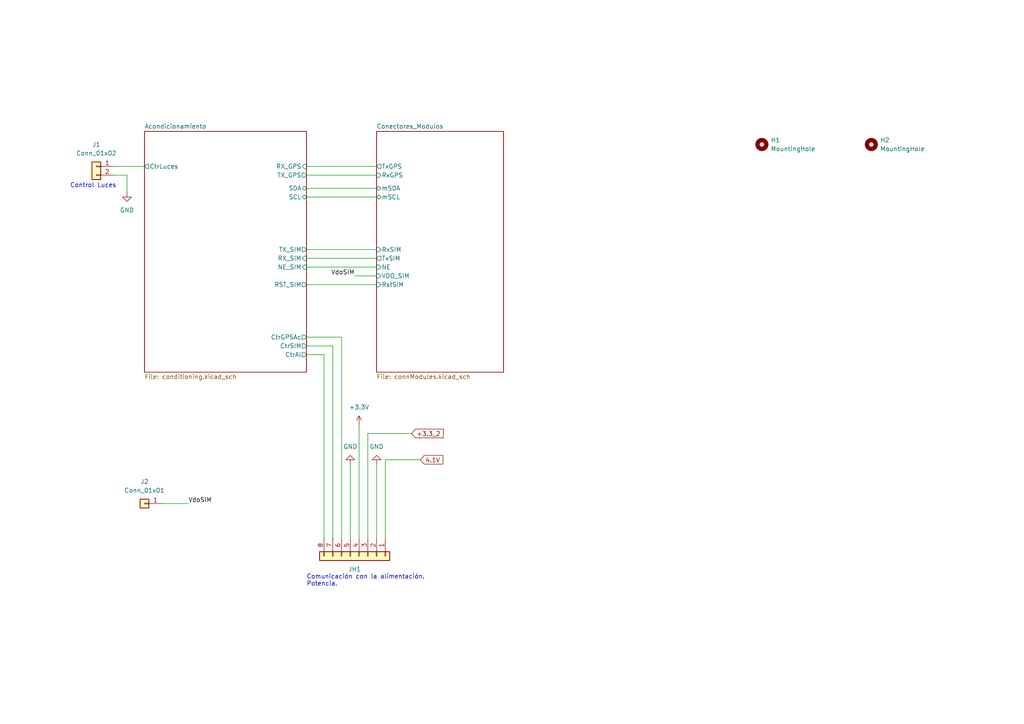
<source format=kicad_sch>
(kicad_sch (version 20230121) (generator eeschema)
  (paper "A4")
  (lib_symbols
    (symbol "Connector_Generic:Conn_01x01" (pin_names (offset 1.016) hide)
      (property "Reference" "J" (at 0 2.54 0))
      (property "Value" "Conn_01x01" (at 0 -2.54 0))
      (symbol "Conn_01x01_1_1"
        (rectangle (start -1.27 0.127) (end 0 -0.127) (stroke (width 0.1524)))
        (rectangle (start -1.27 1.27) (end 1.27 -1.27) (stroke (width 0.254)) (fill (type background)))
        (pin passive line (at -5.08 0 0) (length 3.81) (name "Pin_1") (number "1"))
      )
    )
    (symbol "Connector_Generic:Conn_01x02" (pin_names (offset 1.016) hide)
      (property "Reference" "J" (at 0 2.54 0))
      (property "Value" "Conn_01x02" (at 0 -5.08 0))
      (symbol "Conn_01x02_1_1"
        (rectangle (start -1.27 -2.413) (end 0 -2.667) (stroke (width 0.1524)))
        (rectangle (start -1.27 0.127) (end 0 -0.127) (stroke (width 0.1524)))
        (rectangle (start -1.27 1.27) (end 1.27 -3.81) (stroke (width 0.254)) (fill (type background)))
        (pin passive line (at -5.08 0 0) (length 3.81) (name "Pin_1") (number "1"))
        (pin passive line (at -5.08 -2.54 0) (length 3.81) (name "Pin_2") (number "2"))
      )
    )
    (symbol "Mechanical:MountingHole" (pin_names (offset 1.016))
      (property "Reference" "H" (at 0 5.08 0))
      (property "Value" "MountingHole" (at 0 3.175 0))
      (symbol "MountingHole_0_1"
        (circle (center 0 0) (radius 1.27) (stroke (width 1.27)))
      )
    )
    (symbol "Power_Conn_01x02:Hybrid_Conn_01x08_53"
      (property "Reference" "JH1" (at 8.89 6.35 90))
      (property "Value" "~" (at 0 0 0))
      (symbol "Hybrid_Conn_01x08_53_1_1"
        (rectangle (start 3.81 -2.413) (end 5.08 -2.667) (stroke (width 0.1524)))
        (rectangle (start 3.81 0.127) (end 5.08 -0.127) (stroke (width 0.1524)))
        (rectangle (start 3.81 2.667) (end 5.08 2.413) (stroke (width 0.1524)))
        (rectangle (start 3.81 5.207) (end 5.08 4.953) (stroke (width 0.1524)))
        (rectangle (start 3.81 7.747) (end 5.08 7.493) (stroke (width 0.1524)))
        (rectangle (start 3.81 10.287) (end 5.08 10.033) (stroke (width 0.1524)))
        (rectangle (start 3.81 12.827) (end 5.08 12.573) (stroke (width 0.1524)))
        (rectangle (start 3.81 15.367) (end 5.08 15.113) (stroke (width 0.1524)))
        (rectangle (start 3.81 16.51) (end 6.35 -3.81) (stroke (width 0.254)) (fill (type background)))
        (pin power_out line (at 0 15.24 0) (length 3.81) (name "") (number "1"))
        (pin passive line (at 0 12.7 0) (length 3.81) (name "") (number "2"))
        (pin power_out line (at 0 10.16 0) (length 3.81) (name "") (number "3"))
        (pin power_out line (at 0 7.62 0) (length 3.81) (name "") (number "4"))
        (pin power_out line (at 0 5.08 0) (length 3.81) (name "") (number "5"))
        (pin passive line (at 0 2.54 0) (length 3.81) (name "") (number "6"))
        (pin passive line (at 0 0 0) (length 3.81) (name "") (number "7"))
        (pin passive line (at 0 -2.54 0) (length 3.81) (name "") (number "8"))
      )
    )
    (symbol "power:+3.3V" (power) (pin_names (offset 0))
      (property "Value" "+3.3V" (at 0 3.556 0))
      (symbol "+3.3V_0_1"
        (polyline (pts (xy -0.762 1.27) (xy 0 2.54)))
        (polyline (pts (xy 0 0) (xy 0 2.54)))
        (polyline (pts (xy 0 2.54) (xy 0.762 1.27)))
      )
      (symbol "+3.3V_1_1"
        (pin power_in line (at 0 0 90) (length 0) hide (name "+3.3V") (number "1"))
      )
    )
    (symbol "power:GND" (power) (pin_names (offset 0))
      (property "Value" "GND" (at 0 -3.81 0))
      (symbol "GND_0_1"
        (polyline (pts (xy 0 0) (xy 0 -1.27) (xy 1.27 -1.27) (xy 0 -2.54) (xy -1.27 -1.27) (xy 0 -1.27)))
      )
      (symbol "GND_1_1"
        (pin power_in line (at 0 0 270) (length 0) hide (name "GND") (number "1"))
      )
    )
  )
  (wire (pts (xy 88.9 97.79) (xy 99.06 97.79)))
  (wire (pts (xy 36.83 50.8) (xy 33.02 50.8)))
  (wire (pts (xy 88.9 77.47) (xy 109.22 77.47)))
  (wire (pts (xy 33.02 48.26) (xy 41.91 48.26)))
  (wire (pts (xy 99.06 97.79) (xy 99.06 156.21)))
  (wire (pts (xy 119.38 125.73) (xy 106.68 125.73)))
  (wire (pts (xy 88.9 48.26) (xy 109.22 48.26)))
  (wire (pts (xy 36.83 55.88) (xy 36.83 50.8)))
  (wire (pts (xy 96.52 100.33) (xy 96.52 156.21)))
  (wire (pts (xy 88.9 82.55) (xy 109.22 82.55)))
  (wire (pts (xy 109.22 134.62) (xy 109.22 156.21)))
  (wire (pts (xy 88.9 100.33) (xy 96.52 100.33)))
  (wire (pts (xy 104.14 123.19) (xy 104.14 156.21)))
  (wire (pts (xy 102.87 80.01) (xy 109.22 80.01)))
  (wire (pts (xy 106.68 125.73) (xy 106.68 156.21)))
  (wire (pts (xy 93.98 102.87) (xy 93.98 156.21)))
  (wire (pts (xy 88.9 72.39) (xy 109.22 72.39)))
  (wire (pts (xy 88.9 102.87) (xy 93.98 102.87)))
  (wire (pts (xy 111.76 133.35) (xy 111.76 156.21)))
  (wire (pts (xy 88.9 74.93) (xy 109.22 74.93)))
  (wire (pts (xy 88.9 57.15) (xy 109.22 57.15)))
  (wire (pts (xy 121.92 133.35) (xy 111.76 133.35)))
  (wire (pts (xy 88.9 54.61) (xy 109.22 54.61)))
  (wire (pts (xy 46.99 146.05) (xy 54.61 146.05)))
  (wire (pts (xy 101.6 134.62) (xy 101.6 156.21)))
  (wire (pts (xy 88.9 50.8) (xy 109.22 50.8)))
  (text "Control Luces" (at 20.32 54.61 0) (effects (font (size 1.27 1.27)) (justify left bottom)))
  (text "Comunicación con la alimentación.\nPotencia.\n" (at 88.9 170.18 0) (effects (font (size 1.27 1.27)) (justify left bottom)))
  (label "VdoSIM" (at 54.61 146.05 0))
  (label "VdoSIM" (at 102.87 80.01 180))
  (global_label "4.1V" (shape input) (at 121.92 133.35 0) (property "Intersheetrefs" "${INTERSHEET_REFS}" (effects hide)))
  (global_label "+3.3_2" (shape input) (at 119.38 125.73 0) (property "Intersheetrefs" "${INTERSHEET_REFS}" (effects hide)))
  (symbol (lib_id "power:GND") (at 101.6 134.62 180) (unit 1)
    (property "Reference" "#PWR02" (effects hide))
    (property "Value" "GND" (at 101.6 129.54 0))
  )
  (symbol (lib_id "Mechanical:MountingHole") (at 220.98 41.91 0) (unit 1)
    (property "Reference" "H1" (at 223.52 40.64 0) (effects (justify left)))
    (property "Value" "MountingHole" (at 223.52 43.18 0) (effects (justify left)))
    (property "Footprint" "MountingHole:MountingHole_2.2mm_M2" (effects hide))
  )
  (symbol (lib_id "power:GND") (at 36.83 55.88 0) (unit 1)
    (property "Reference" "#PWR01" (effects hide))
    (property "Value" "GND" (at 36.83 60.96 0))
  )
  (symbol (lib_id "Mechanical:MountingHole") (at 252.73 41.91 0) (unit 1)
    (property "Reference" "H2" (at 255.27 40.64 0) (effects (justify left)))
    (property "Value" "MountingHole" (at 255.27 43.18 0) (effects (justify left)))
    (property "Footprint" "MountingHole:MountingHole_2.2mm_M2" (effects hide))
  )
  (symbol (lib_id "Power_Conn_01x02:Hybrid_Conn_01x08_53") (at 96.52 156.21 270) (unit 1)
    (property "Reference" "JH1" (at 102.87 165.1 90))
    (property "Value" "~" (at 96.52 156.21 0))
    (property "Footprint" "Connector_JST:JST_EH_B8B-EH-A_1x08_P2.50mm_Vertical" (effects hide))
  )
  (symbol (lib_id "power:+3.3V") (at 104.14 123.19 0) (unit 1)
    (property "Reference" "#PWR03" (effects hide))
    (property "Value" "+3.3V" (at 104.14 118.11 0))
  )
  (symbol (lib_id "power:GND") (at 109.22 134.62 180) (unit 1)
    (property "Reference" "#PWR04" (effects hide))
    (property "Value" "GND" (at 109.22 129.54 0))
  )
  (symbol (lib_id "Connector_Generic:Conn_01x02") (at 27.94 48.26 0) (mirror y) (unit 1)
    (property "Reference" "J1" (at 27.94 41.91 0))
    (property "Value" "Conn_01x02" (at 27.94 44.45 0))
    (property "Footprint" "Connector_JST:JST_EH_B2B-EH-A_1x02_P2.50mm_Vertical" (effects hide))
  )
  (symbol (lib_id "Connector_Generic:Conn_01x01") (at 41.91 146.05 0) (mirror y) (unit 1)
    (property "Reference" "J2" (at 41.91 139.7 0))
    (property "Value" "Conn_01x01" (at 41.91 142.24 0))
    (property "Footprint" "Connector_PinHeader_1.00mm:PinHeader_1x01_P1.00mm_Vertical" (effects hide))
  )
  (sheet (at 109.22 38.1) (size 36.83 69.85) (stroke (width 0.1524))
    (property "Sheetname" "Conectores_Modulos" (at 109.22 37.3884 0) (effects (justify left bottom)))
    (property "Sheetfile" "connModules.kicad_sch" (at 109.22 108.5346 0) (effects (justify left top)))
    (pin "TxGPS" output (at 109.22 48.26 180))
    (pin "RxGPS" input (at 109.22 50.8 180))
    (pin "mSDA" bidirectional (at 109.22 54.61 180))
    (pin "mSCL" bidirectional (at 109.22 57.15 180))
    (pin "RxSIM" input (at 109.22 72.39 180))
    (pin "TxSIM" output (at 109.22 74.93 180))
    (pin "NE" input (at 109.22 77.47 180))
    (pin "RstSIM" input (at 109.22 82.55 180))
    (pin "VDO_SIM" input (at 109.22 80.01 180))
  )
  (sheet (at 41.91 38.1) (size 46.99 69.85) (stroke (width 0.1524))
    (property "Sheetname" "Acondicionamiento" (at 41.91 37.3884 0) (effects (justify left bottom)))
    (property "Sheetfile" "conditioning.kicad_sch" (at 41.91 108.5346 0) (effects (justify left top)))
    (pin "SCL" bidirectional (at 88.9 57.15 0))
    (pin "TX_SIM" output (at 88.9 72.39 0))
    (pin "SDA" bidirectional (at 88.9 54.61 0))
    (pin "RX_GPS" input (at 88.9 48.26 0))
    (pin "TX_GPS" output (at 88.9 50.8 0))
    (pin "RX_SIM" input (at 88.9 74.93 0))
    (pin "NE_SIM" input (at 88.9 77.47 0))
    (pin "RST_SIM" output (at 88.9 82.55 0))
    (pin "CtrAl" output (at 88.9 102.87 0))
    (pin "CtrSIM" output (at 88.9 100.33 0))
    (pin "CtrGPSAc" output (at 88.9 97.79 0))
    (pin "CtrLuces" output (at 41.91 48.26 180))
  )
)
</source>
